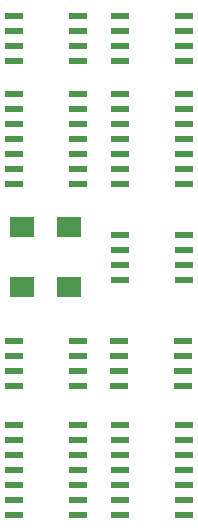
<source format=gtp>
G04 #@! TF.GenerationSoftware,KiCad,Pcbnew,5.0.0-fee4fd1~66~ubuntu18.04.1*
G04 #@! TF.CreationDate,2018-09-10T21:16:37+02:00*
G04 #@! TF.ProjectId,QuadCAN-FD,5175616443414E2D46442E6B69636164,rev?*
G04 #@! TF.SameCoordinates,Original*
G04 #@! TF.FileFunction,Paste,Top*
G04 #@! TF.FilePolarity,Positive*
%FSLAX46Y46*%
G04 Gerber Fmt 4.6, Leading zero omitted, Abs format (unit mm)*
G04 Created by KiCad (PCBNEW 5.0.0-fee4fd1~66~ubuntu18.04.1) date Mon Sep 10 21:16:37 2018*
%MOMM*%
%LPD*%
G01*
G04 APERTURE LIST*
%ADD10R,1.550000X0.600000*%
%ADD11R,2.000000X1.800000*%
%ADD12R,1.500000X0.600000*%
G04 APERTURE END LIST*
D10*
G04 #@! TO.C,U9*
X92667500Y-50060000D03*
X92667500Y-51330000D03*
X92667500Y-52600000D03*
X92667500Y-53870000D03*
X98067500Y-53870000D03*
X98067500Y-52600000D03*
X98067500Y-51330000D03*
X98067500Y-50060000D03*
G04 #@! TD*
D11*
G04 #@! TO.C,X1*
X84367500Y-49425000D03*
X84367500Y-54505000D03*
X88367500Y-54505000D03*
X88367500Y-49425000D03*
G04 #@! TD*
D12*
G04 #@! TO.C,U1*
X92667500Y-38155000D03*
X92667500Y-39425000D03*
X92667500Y-40695000D03*
X92667500Y-41965000D03*
X92667500Y-43235000D03*
X92667500Y-44505000D03*
X92667500Y-45775000D03*
X98067500Y-45775000D03*
X98067500Y-44505000D03*
X98067500Y-43235000D03*
X98067500Y-41965000D03*
X98067500Y-40695000D03*
X98067500Y-39425000D03*
X98067500Y-38155000D03*
G04 #@! TD*
G04 #@! TO.C,U2*
X89067500Y-38155000D03*
X89067500Y-39425000D03*
X89067500Y-40695000D03*
X89067500Y-41965000D03*
X89067500Y-43235000D03*
X89067500Y-44505000D03*
X89067500Y-45775000D03*
X83667500Y-45775000D03*
X83667500Y-44505000D03*
X83667500Y-43235000D03*
X83667500Y-41965000D03*
X83667500Y-40695000D03*
X83667500Y-39425000D03*
X83667500Y-38155000D03*
G04 #@! TD*
G04 #@! TO.C,U3*
X92667500Y-66155000D03*
X92667500Y-67425000D03*
X92667500Y-68695000D03*
X92667500Y-69965000D03*
X92667500Y-71235000D03*
X92667500Y-72505000D03*
X92667500Y-73775000D03*
X98067500Y-73775000D03*
X98067500Y-72505000D03*
X98067500Y-71235000D03*
X98067500Y-69965000D03*
X98067500Y-68695000D03*
X98067500Y-67425000D03*
X98067500Y-66155000D03*
G04 #@! TD*
G04 #@! TO.C,U4*
X89067500Y-66155000D03*
X89067500Y-67425000D03*
X89067500Y-68695000D03*
X89067500Y-69965000D03*
X89067500Y-71235000D03*
X89067500Y-72505000D03*
X89067500Y-73775000D03*
X83667500Y-73775000D03*
X83667500Y-72505000D03*
X83667500Y-71235000D03*
X83667500Y-69965000D03*
X83667500Y-68695000D03*
X83667500Y-67425000D03*
X83667500Y-66155000D03*
G04 #@! TD*
D10*
G04 #@! TO.C,U5*
X98067500Y-31560000D03*
X98067500Y-32830000D03*
X98067500Y-34100000D03*
X98067500Y-35370000D03*
X92667500Y-35370000D03*
X92667500Y-34100000D03*
X92667500Y-32830000D03*
X92667500Y-31560000D03*
G04 #@! TD*
G04 #@! TO.C,U6*
X83667500Y-31560000D03*
X83667500Y-32830000D03*
X83667500Y-34100000D03*
X83667500Y-35370000D03*
X89067500Y-35370000D03*
X89067500Y-34100000D03*
X89067500Y-32830000D03*
X89067500Y-31560000D03*
G04 #@! TD*
G04 #@! TO.C,U7*
X97950000Y-59055000D03*
X97950000Y-60325000D03*
X97950000Y-61595000D03*
X97950000Y-62865000D03*
X92550000Y-62865000D03*
X92550000Y-61595000D03*
X92550000Y-60325000D03*
X92550000Y-59055000D03*
G04 #@! TD*
G04 #@! TO.C,U8*
X83660000Y-59060000D03*
X83660000Y-60330000D03*
X83660000Y-61600000D03*
X83660000Y-62870000D03*
X89060000Y-62870000D03*
X89060000Y-61600000D03*
X89060000Y-60330000D03*
X89060000Y-59060000D03*
G04 #@! TD*
M02*

</source>
